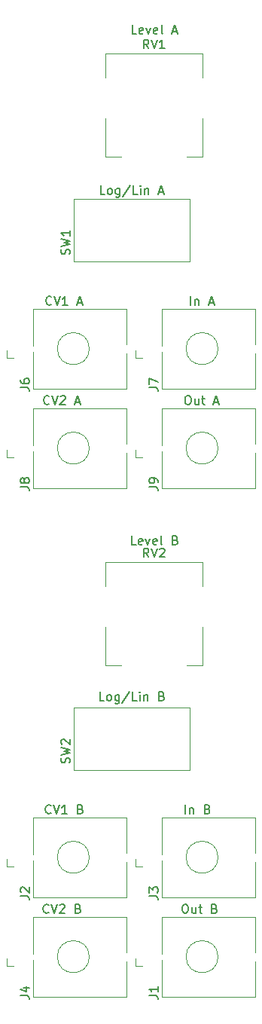
<source format=gbr>
G04 #@! TF.GenerationSoftware,KiCad,Pcbnew,(5.1.4-0-10_14)*
G04 #@! TF.CreationDate,2019-10-08T21:19:08-07:00*
G04 #@! TF.ProjectId,VCA_IO,5643415f-494f-42e6-9b69-6361645f7063,rev?*
G04 #@! TF.SameCoordinates,Original*
G04 #@! TF.FileFunction,Legend,Top*
G04 #@! TF.FilePolarity,Positive*
%FSLAX46Y46*%
G04 Gerber Fmt 4.6, Leading zero omitted, Abs format (unit mm)*
G04 Created by KiCad (PCBNEW (5.1.4-0-10_14)) date 2019-10-08 21:19:08*
%MOMM*%
%LPD*%
G04 APERTURE LIST*
%ADD10C,0.150000*%
%ADD11C,0.120000*%
G04 APERTURE END LIST*
D10*
X84645714Y-148804380D02*
X84836190Y-148804380D01*
X84931428Y-148852000D01*
X85026666Y-148947238D01*
X85074285Y-149137714D01*
X85074285Y-149471047D01*
X85026666Y-149661523D01*
X84931428Y-149756761D01*
X84836190Y-149804380D01*
X84645714Y-149804380D01*
X84550476Y-149756761D01*
X84455238Y-149661523D01*
X84407619Y-149471047D01*
X84407619Y-149137714D01*
X84455238Y-148947238D01*
X84550476Y-148852000D01*
X84645714Y-148804380D01*
X85931428Y-149137714D02*
X85931428Y-149804380D01*
X85502857Y-149137714D02*
X85502857Y-149661523D01*
X85550476Y-149756761D01*
X85645714Y-149804380D01*
X85788571Y-149804380D01*
X85883809Y-149756761D01*
X85931428Y-149709142D01*
X86264761Y-149137714D02*
X86645714Y-149137714D01*
X86407619Y-148804380D02*
X86407619Y-149661523D01*
X86455238Y-149756761D01*
X86550476Y-149804380D01*
X86645714Y-149804380D01*
X88074285Y-149280571D02*
X88217142Y-149328190D01*
X88264761Y-149375809D01*
X88312380Y-149471047D01*
X88312380Y-149613904D01*
X88264761Y-149709142D01*
X88217142Y-149756761D01*
X88121904Y-149804380D01*
X87740952Y-149804380D01*
X87740952Y-148804380D01*
X88074285Y-148804380D01*
X88169523Y-148852000D01*
X88217142Y-148899619D01*
X88264761Y-148994857D01*
X88264761Y-149090095D01*
X88217142Y-149185333D01*
X88169523Y-149232952D01*
X88074285Y-149280571D01*
X87740952Y-149280571D01*
X84772666Y-138628380D02*
X84772666Y-137628380D01*
X85248857Y-137961714D02*
X85248857Y-138628380D01*
X85248857Y-138056952D02*
X85296476Y-138009333D01*
X85391714Y-137961714D01*
X85534571Y-137961714D01*
X85629809Y-138009333D01*
X85677428Y-138104571D01*
X85677428Y-138628380D01*
X87248857Y-138104571D02*
X87391714Y-138152190D01*
X87439333Y-138199809D01*
X87486952Y-138295047D01*
X87486952Y-138437904D01*
X87439333Y-138533142D01*
X87391714Y-138580761D01*
X87296476Y-138628380D01*
X86915523Y-138628380D01*
X86915523Y-137628380D01*
X87248857Y-137628380D01*
X87344095Y-137676000D01*
X87391714Y-137723619D01*
X87439333Y-137818857D01*
X87439333Y-137914095D01*
X87391714Y-138009333D01*
X87344095Y-138056952D01*
X87248857Y-138104571D01*
X86915523Y-138104571D01*
X69389809Y-149709142D02*
X69342190Y-149756761D01*
X69199333Y-149804380D01*
X69104095Y-149804380D01*
X68961238Y-149756761D01*
X68866000Y-149661523D01*
X68818380Y-149566285D01*
X68770761Y-149375809D01*
X68770761Y-149232952D01*
X68818380Y-149042476D01*
X68866000Y-148947238D01*
X68961238Y-148852000D01*
X69104095Y-148804380D01*
X69199333Y-148804380D01*
X69342190Y-148852000D01*
X69389809Y-148899619D01*
X69675523Y-148804380D02*
X70008857Y-149804380D01*
X70342190Y-148804380D01*
X70627904Y-148899619D02*
X70675523Y-148852000D01*
X70770761Y-148804380D01*
X71008857Y-148804380D01*
X71104095Y-148852000D01*
X71151714Y-148899619D01*
X71199333Y-148994857D01*
X71199333Y-149090095D01*
X71151714Y-149232952D01*
X70580285Y-149804380D01*
X71199333Y-149804380D01*
X72723142Y-149280571D02*
X72866000Y-149328190D01*
X72913619Y-149375809D01*
X72961238Y-149471047D01*
X72961238Y-149613904D01*
X72913619Y-149709142D01*
X72866000Y-149756761D01*
X72770761Y-149804380D01*
X72389809Y-149804380D01*
X72389809Y-148804380D01*
X72723142Y-148804380D01*
X72818380Y-148852000D01*
X72866000Y-148899619D01*
X72913619Y-148994857D01*
X72913619Y-149090095D01*
X72866000Y-149185333D01*
X72818380Y-149232952D01*
X72723142Y-149280571D01*
X72389809Y-149280571D01*
X69643809Y-138533142D02*
X69596190Y-138580761D01*
X69453333Y-138628380D01*
X69358095Y-138628380D01*
X69215238Y-138580761D01*
X69120000Y-138485523D01*
X69072380Y-138390285D01*
X69024761Y-138199809D01*
X69024761Y-138056952D01*
X69072380Y-137866476D01*
X69120000Y-137771238D01*
X69215238Y-137676000D01*
X69358095Y-137628380D01*
X69453333Y-137628380D01*
X69596190Y-137676000D01*
X69643809Y-137723619D01*
X69929523Y-137628380D02*
X70262857Y-138628380D01*
X70596190Y-137628380D01*
X71453333Y-138628380D02*
X70881904Y-138628380D01*
X71167619Y-138628380D02*
X71167619Y-137628380D01*
X71072380Y-137771238D01*
X70977142Y-137866476D01*
X70881904Y-137914095D01*
X72977142Y-138104571D02*
X73120000Y-138152190D01*
X73167619Y-138199809D01*
X73215238Y-138295047D01*
X73215238Y-138437904D01*
X73167619Y-138533142D01*
X73120000Y-138580761D01*
X73024761Y-138628380D01*
X72643809Y-138628380D01*
X72643809Y-137628380D01*
X72977142Y-137628380D01*
X73072380Y-137676000D01*
X73120000Y-137723619D01*
X73167619Y-137818857D01*
X73167619Y-137914095D01*
X73120000Y-138009333D01*
X73072380Y-138056952D01*
X72977142Y-138104571D01*
X72643809Y-138104571D01*
X75644761Y-125928380D02*
X75168571Y-125928380D01*
X75168571Y-124928380D01*
X76120952Y-125928380D02*
X76025714Y-125880761D01*
X75978095Y-125833142D01*
X75930476Y-125737904D01*
X75930476Y-125452190D01*
X75978095Y-125356952D01*
X76025714Y-125309333D01*
X76120952Y-125261714D01*
X76263809Y-125261714D01*
X76359047Y-125309333D01*
X76406666Y-125356952D01*
X76454285Y-125452190D01*
X76454285Y-125737904D01*
X76406666Y-125833142D01*
X76359047Y-125880761D01*
X76263809Y-125928380D01*
X76120952Y-125928380D01*
X77311428Y-125261714D02*
X77311428Y-126071238D01*
X77263809Y-126166476D01*
X77216190Y-126214095D01*
X77120952Y-126261714D01*
X76978095Y-126261714D01*
X76882857Y-126214095D01*
X77311428Y-125880761D02*
X77216190Y-125928380D01*
X77025714Y-125928380D01*
X76930476Y-125880761D01*
X76882857Y-125833142D01*
X76835238Y-125737904D01*
X76835238Y-125452190D01*
X76882857Y-125356952D01*
X76930476Y-125309333D01*
X77025714Y-125261714D01*
X77216190Y-125261714D01*
X77311428Y-125309333D01*
X78501904Y-124880761D02*
X77644761Y-126166476D01*
X79311428Y-125928380D02*
X78835238Y-125928380D01*
X78835238Y-124928380D01*
X79644761Y-125928380D02*
X79644761Y-125261714D01*
X79644761Y-124928380D02*
X79597142Y-124976000D01*
X79644761Y-125023619D01*
X79692380Y-124976000D01*
X79644761Y-124928380D01*
X79644761Y-125023619D01*
X80120952Y-125261714D02*
X80120952Y-125928380D01*
X80120952Y-125356952D02*
X80168571Y-125309333D01*
X80263809Y-125261714D01*
X80406666Y-125261714D01*
X80501904Y-125309333D01*
X80549523Y-125404571D01*
X80549523Y-125928380D01*
X82120952Y-125404571D02*
X82263809Y-125452190D01*
X82311428Y-125499809D01*
X82359047Y-125595047D01*
X82359047Y-125737904D01*
X82311428Y-125833142D01*
X82263809Y-125880761D01*
X82168571Y-125928380D01*
X81787619Y-125928380D01*
X81787619Y-124928380D01*
X82120952Y-124928380D01*
X82216190Y-124976000D01*
X82263809Y-125023619D01*
X82311428Y-125118857D01*
X82311428Y-125214095D01*
X82263809Y-125309333D01*
X82216190Y-125356952D01*
X82120952Y-125404571D01*
X81787619Y-125404571D01*
X79208571Y-108402380D02*
X78732380Y-108402380D01*
X78732380Y-107402380D01*
X79922857Y-108354761D02*
X79827619Y-108402380D01*
X79637142Y-108402380D01*
X79541904Y-108354761D01*
X79494285Y-108259523D01*
X79494285Y-107878571D01*
X79541904Y-107783333D01*
X79637142Y-107735714D01*
X79827619Y-107735714D01*
X79922857Y-107783333D01*
X79970476Y-107878571D01*
X79970476Y-107973809D01*
X79494285Y-108069047D01*
X80303809Y-107735714D02*
X80541904Y-108402380D01*
X80780000Y-107735714D01*
X81541904Y-108354761D02*
X81446666Y-108402380D01*
X81256190Y-108402380D01*
X81160952Y-108354761D01*
X81113333Y-108259523D01*
X81113333Y-107878571D01*
X81160952Y-107783333D01*
X81256190Y-107735714D01*
X81446666Y-107735714D01*
X81541904Y-107783333D01*
X81589523Y-107878571D01*
X81589523Y-107973809D01*
X81113333Y-108069047D01*
X82160952Y-108402380D02*
X82065714Y-108354761D01*
X82018095Y-108259523D01*
X82018095Y-107402380D01*
X83637142Y-107878571D02*
X83780000Y-107926190D01*
X83827619Y-107973809D01*
X83875238Y-108069047D01*
X83875238Y-108211904D01*
X83827619Y-108307142D01*
X83780000Y-108354761D01*
X83684761Y-108402380D01*
X83303809Y-108402380D01*
X83303809Y-107402380D01*
X83637142Y-107402380D01*
X83732380Y-107450000D01*
X83780000Y-107497619D01*
X83827619Y-107592857D01*
X83827619Y-107688095D01*
X83780000Y-107783333D01*
X83732380Y-107830952D01*
X83637142Y-107878571D01*
X83303809Y-107878571D01*
X84971142Y-91654380D02*
X85161619Y-91654380D01*
X85256857Y-91702000D01*
X85352095Y-91797238D01*
X85399714Y-91987714D01*
X85399714Y-92321047D01*
X85352095Y-92511523D01*
X85256857Y-92606761D01*
X85161619Y-92654380D01*
X84971142Y-92654380D01*
X84875904Y-92606761D01*
X84780666Y-92511523D01*
X84733047Y-92321047D01*
X84733047Y-91987714D01*
X84780666Y-91797238D01*
X84875904Y-91702000D01*
X84971142Y-91654380D01*
X86256857Y-91987714D02*
X86256857Y-92654380D01*
X85828285Y-91987714D02*
X85828285Y-92511523D01*
X85875904Y-92606761D01*
X85971142Y-92654380D01*
X86114000Y-92654380D01*
X86209238Y-92606761D01*
X86256857Y-92559142D01*
X86590190Y-91987714D02*
X86971142Y-91987714D01*
X86733047Y-91654380D02*
X86733047Y-92511523D01*
X86780666Y-92606761D01*
X86875904Y-92654380D01*
X86971142Y-92654380D01*
X88018761Y-92368666D02*
X88494952Y-92368666D01*
X87923523Y-92654380D02*
X88256857Y-91654380D01*
X88590190Y-92654380D01*
X85352095Y-81478380D02*
X85352095Y-80478380D01*
X85828285Y-80811714D02*
X85828285Y-81478380D01*
X85828285Y-80906952D02*
X85875904Y-80859333D01*
X85971142Y-80811714D01*
X86114000Y-80811714D01*
X86209238Y-80859333D01*
X86256857Y-80954571D01*
X86256857Y-81478380D01*
X87447333Y-81192666D02*
X87923523Y-81192666D01*
X87352095Y-81478380D02*
X87685428Y-80478380D01*
X88018761Y-81478380D01*
X69461238Y-92559142D02*
X69413619Y-92606761D01*
X69270761Y-92654380D01*
X69175523Y-92654380D01*
X69032666Y-92606761D01*
X68937428Y-92511523D01*
X68889809Y-92416285D01*
X68842190Y-92225809D01*
X68842190Y-92082952D01*
X68889809Y-91892476D01*
X68937428Y-91797238D01*
X69032666Y-91702000D01*
X69175523Y-91654380D01*
X69270761Y-91654380D01*
X69413619Y-91702000D01*
X69461238Y-91749619D01*
X69746952Y-91654380D02*
X70080285Y-92654380D01*
X70413619Y-91654380D01*
X70699333Y-91749619D02*
X70746952Y-91702000D01*
X70842190Y-91654380D01*
X71080285Y-91654380D01*
X71175523Y-91702000D01*
X71223142Y-91749619D01*
X71270761Y-91844857D01*
X71270761Y-91940095D01*
X71223142Y-92082952D01*
X70651714Y-92654380D01*
X71270761Y-92654380D01*
X72413619Y-92368666D02*
X72889809Y-92368666D01*
X72318380Y-92654380D02*
X72651714Y-91654380D01*
X72985047Y-92654380D01*
X69715238Y-81383142D02*
X69667619Y-81430761D01*
X69524761Y-81478380D01*
X69429523Y-81478380D01*
X69286666Y-81430761D01*
X69191428Y-81335523D01*
X69143809Y-81240285D01*
X69096190Y-81049809D01*
X69096190Y-80906952D01*
X69143809Y-80716476D01*
X69191428Y-80621238D01*
X69286666Y-80526000D01*
X69429523Y-80478380D01*
X69524761Y-80478380D01*
X69667619Y-80526000D01*
X69715238Y-80573619D01*
X70000952Y-80478380D02*
X70334285Y-81478380D01*
X70667619Y-80478380D01*
X71524761Y-81478380D02*
X70953333Y-81478380D01*
X71239047Y-81478380D02*
X71239047Y-80478380D01*
X71143809Y-80621238D01*
X71048571Y-80716476D01*
X70953333Y-80764095D01*
X72667619Y-81192666D02*
X73143809Y-81192666D01*
X72572380Y-81478380D02*
X72905714Y-80478380D01*
X73239047Y-81478380D01*
X75716190Y-69032380D02*
X75240000Y-69032380D01*
X75240000Y-68032380D01*
X76192380Y-69032380D02*
X76097142Y-68984761D01*
X76049523Y-68937142D01*
X76001904Y-68841904D01*
X76001904Y-68556190D01*
X76049523Y-68460952D01*
X76097142Y-68413333D01*
X76192380Y-68365714D01*
X76335238Y-68365714D01*
X76430476Y-68413333D01*
X76478095Y-68460952D01*
X76525714Y-68556190D01*
X76525714Y-68841904D01*
X76478095Y-68937142D01*
X76430476Y-68984761D01*
X76335238Y-69032380D01*
X76192380Y-69032380D01*
X77382857Y-68365714D02*
X77382857Y-69175238D01*
X77335238Y-69270476D01*
X77287619Y-69318095D01*
X77192380Y-69365714D01*
X77049523Y-69365714D01*
X76954285Y-69318095D01*
X77382857Y-68984761D02*
X77287619Y-69032380D01*
X77097142Y-69032380D01*
X77001904Y-68984761D01*
X76954285Y-68937142D01*
X76906666Y-68841904D01*
X76906666Y-68556190D01*
X76954285Y-68460952D01*
X77001904Y-68413333D01*
X77097142Y-68365714D01*
X77287619Y-68365714D01*
X77382857Y-68413333D01*
X78573333Y-67984761D02*
X77716190Y-69270476D01*
X79382857Y-69032380D02*
X78906666Y-69032380D01*
X78906666Y-68032380D01*
X79716190Y-69032380D02*
X79716190Y-68365714D01*
X79716190Y-68032380D02*
X79668571Y-68080000D01*
X79716190Y-68127619D01*
X79763809Y-68080000D01*
X79716190Y-68032380D01*
X79716190Y-68127619D01*
X80192380Y-68365714D02*
X80192380Y-69032380D01*
X80192380Y-68460952D02*
X80240000Y-68413333D01*
X80335238Y-68365714D01*
X80478095Y-68365714D01*
X80573333Y-68413333D01*
X80620952Y-68508571D01*
X80620952Y-69032380D01*
X81811428Y-68746666D02*
X82287619Y-68746666D01*
X81716190Y-69032380D02*
X82049523Y-68032380D01*
X82382857Y-69032380D01*
X79280000Y-50998380D02*
X78803809Y-50998380D01*
X78803809Y-49998380D01*
X79994285Y-50950761D02*
X79899047Y-50998380D01*
X79708571Y-50998380D01*
X79613333Y-50950761D01*
X79565714Y-50855523D01*
X79565714Y-50474571D01*
X79613333Y-50379333D01*
X79708571Y-50331714D01*
X79899047Y-50331714D01*
X79994285Y-50379333D01*
X80041904Y-50474571D01*
X80041904Y-50569809D01*
X79565714Y-50665047D01*
X80375238Y-50331714D02*
X80613333Y-50998380D01*
X80851428Y-50331714D01*
X81613333Y-50950761D02*
X81518095Y-50998380D01*
X81327619Y-50998380D01*
X81232380Y-50950761D01*
X81184761Y-50855523D01*
X81184761Y-50474571D01*
X81232380Y-50379333D01*
X81327619Y-50331714D01*
X81518095Y-50331714D01*
X81613333Y-50379333D01*
X81660952Y-50474571D01*
X81660952Y-50569809D01*
X81184761Y-50665047D01*
X82232380Y-50998380D02*
X82137142Y-50950761D01*
X82089523Y-50855523D01*
X82089523Y-49998380D01*
X83327619Y-50712666D02*
X83803809Y-50712666D01*
X83232380Y-50998380D02*
X83565714Y-49998380D01*
X83899047Y-50998380D01*
D11*
X86710000Y-53216000D02*
X86710000Y-55936000D01*
X86710000Y-60436000D02*
X86710000Y-64806000D01*
X75770000Y-60436000D02*
X75770000Y-64806000D01*
X77590000Y-64806000D02*
X75770000Y-64806000D01*
X86710000Y-53216000D02*
X75770000Y-53216000D01*
X75770000Y-53216000D02*
X75770000Y-55936000D01*
X86710000Y-64806000D02*
X84890000Y-64806000D01*
X86710000Y-110366000D02*
X86710000Y-113086000D01*
X86710000Y-117586000D02*
X86710000Y-121956000D01*
X75770000Y-117586000D02*
X75770000Y-121956000D01*
X77590000Y-121956000D02*
X75770000Y-121956000D01*
X86710000Y-110366000D02*
X75770000Y-110366000D01*
X75770000Y-110366000D02*
X75770000Y-113086000D01*
X86710000Y-121956000D02*
X84890000Y-121956000D01*
X82144000Y-159186000D02*
X92644000Y-159186000D01*
X82144000Y-150186000D02*
X92644000Y-150186000D01*
X92644000Y-150186000D02*
X92644000Y-154186000D01*
X92644000Y-155186000D02*
X92644000Y-159186000D01*
X82144000Y-150186000D02*
X82144000Y-154336000D01*
X82144000Y-155036000D02*
X82144000Y-159186000D01*
X88444000Y-154686000D02*
G75*
G03X88444000Y-154686000I-1800000J0D01*
G01*
X79164000Y-155746000D02*
X79964000Y-155746000D01*
X79164000Y-155746000D02*
X79164000Y-154886000D01*
X64686000Y-144570000D02*
X64686000Y-143710000D01*
X64686000Y-144570000D02*
X65486000Y-144570000D01*
X73966000Y-143510000D02*
G75*
G03X73966000Y-143510000I-1800000J0D01*
G01*
X67666000Y-143860000D02*
X67666000Y-148010000D01*
X67666000Y-139010000D02*
X67666000Y-143160000D01*
X78166000Y-144010000D02*
X78166000Y-148010000D01*
X78166000Y-139010000D02*
X78166000Y-143010000D01*
X67666000Y-139010000D02*
X78166000Y-139010000D01*
X67666000Y-148010000D02*
X78166000Y-148010000D01*
X79164000Y-144570000D02*
X79164000Y-143710000D01*
X79164000Y-144570000D02*
X79964000Y-144570000D01*
X88444000Y-143510000D02*
G75*
G03X88444000Y-143510000I-1800000J0D01*
G01*
X82144000Y-143860000D02*
X82144000Y-148010000D01*
X82144000Y-139010000D02*
X82144000Y-143160000D01*
X92644000Y-144010000D02*
X92644000Y-148010000D01*
X92644000Y-139010000D02*
X92644000Y-143010000D01*
X82144000Y-139010000D02*
X92644000Y-139010000D01*
X82144000Y-148010000D02*
X92644000Y-148010000D01*
X67666000Y-159186000D02*
X78166000Y-159186000D01*
X67666000Y-150186000D02*
X78166000Y-150186000D01*
X78166000Y-150186000D02*
X78166000Y-154186000D01*
X78166000Y-155186000D02*
X78166000Y-159186000D01*
X67666000Y-150186000D02*
X67666000Y-154336000D01*
X67666000Y-155036000D02*
X67666000Y-159186000D01*
X73966000Y-154686000D02*
G75*
G03X73966000Y-154686000I-1800000J0D01*
G01*
X64686000Y-155746000D02*
X65486000Y-155746000D01*
X64686000Y-155746000D02*
X64686000Y-154886000D01*
X67666000Y-90860000D02*
X78166000Y-90860000D01*
X67666000Y-81860000D02*
X78166000Y-81860000D01*
X78166000Y-81860000D02*
X78166000Y-85860000D01*
X78166000Y-86860000D02*
X78166000Y-90860000D01*
X67666000Y-81860000D02*
X67666000Y-86010000D01*
X67666000Y-86710000D02*
X67666000Y-90860000D01*
X73966000Y-86360000D02*
G75*
G03X73966000Y-86360000I-1800000J0D01*
G01*
X64686000Y-87420000D02*
X65486000Y-87420000D01*
X64686000Y-87420000D02*
X64686000Y-86560000D01*
X79164000Y-87420000D02*
X79164000Y-86560000D01*
X79164000Y-87420000D02*
X79964000Y-87420000D01*
X88444000Y-86360000D02*
G75*
G03X88444000Y-86360000I-1800000J0D01*
G01*
X82144000Y-86710000D02*
X82144000Y-90860000D01*
X82144000Y-81860000D02*
X82144000Y-86010000D01*
X92644000Y-86860000D02*
X92644000Y-90860000D01*
X92644000Y-81860000D02*
X92644000Y-85860000D01*
X82144000Y-81860000D02*
X92644000Y-81860000D01*
X82144000Y-90860000D02*
X92644000Y-90860000D01*
X64686000Y-98596000D02*
X64686000Y-97736000D01*
X64686000Y-98596000D02*
X65486000Y-98596000D01*
X73966000Y-97536000D02*
G75*
G03X73966000Y-97536000I-1800000J0D01*
G01*
X67666000Y-97886000D02*
X67666000Y-102036000D01*
X67666000Y-93036000D02*
X67666000Y-97186000D01*
X78166000Y-98036000D02*
X78166000Y-102036000D01*
X78166000Y-93036000D02*
X78166000Y-97036000D01*
X67666000Y-93036000D02*
X78166000Y-93036000D01*
X67666000Y-102036000D02*
X78166000Y-102036000D01*
X82144000Y-102036000D02*
X92644000Y-102036000D01*
X82144000Y-93036000D02*
X92644000Y-93036000D01*
X92644000Y-93036000D02*
X92644000Y-97036000D01*
X92644000Y-98036000D02*
X92644000Y-102036000D01*
X82144000Y-93036000D02*
X82144000Y-97186000D01*
X82144000Y-97886000D02*
X82144000Y-102036000D01*
X88444000Y-97536000D02*
G75*
G03X88444000Y-97536000I-1800000J0D01*
G01*
X79164000Y-98596000D02*
X79964000Y-98596000D01*
X79164000Y-98596000D02*
X79164000Y-97736000D01*
X85240000Y-76525000D02*
X72240000Y-76525000D01*
X85240000Y-69525000D02*
X85240000Y-76525000D01*
X72240000Y-69525000D02*
X85240000Y-69525000D01*
X72240000Y-76525000D02*
X72240000Y-69525000D01*
X72240000Y-133675000D02*
X72240000Y-126675000D01*
X72240000Y-126675000D02*
X85240000Y-126675000D01*
X85240000Y-126675000D02*
X85240000Y-133675000D01*
X85240000Y-133675000D02*
X72240000Y-133675000D01*
D10*
X80644761Y-52638380D02*
X80311428Y-52162190D01*
X80073333Y-52638380D02*
X80073333Y-51638380D01*
X80454285Y-51638380D01*
X80549523Y-51686000D01*
X80597142Y-51733619D01*
X80644761Y-51828857D01*
X80644761Y-51971714D01*
X80597142Y-52066952D01*
X80549523Y-52114571D01*
X80454285Y-52162190D01*
X80073333Y-52162190D01*
X80930476Y-51638380D02*
X81263809Y-52638380D01*
X81597142Y-51638380D01*
X82454285Y-52638380D02*
X81882857Y-52638380D01*
X82168571Y-52638380D02*
X82168571Y-51638380D01*
X82073333Y-51781238D01*
X81978095Y-51876476D01*
X81882857Y-51924095D01*
X80644761Y-109788380D02*
X80311428Y-109312190D01*
X80073333Y-109788380D02*
X80073333Y-108788380D01*
X80454285Y-108788380D01*
X80549523Y-108836000D01*
X80597142Y-108883619D01*
X80644761Y-108978857D01*
X80644761Y-109121714D01*
X80597142Y-109216952D01*
X80549523Y-109264571D01*
X80454285Y-109312190D01*
X80073333Y-109312190D01*
X80930476Y-108788380D02*
X81263809Y-109788380D01*
X81597142Y-108788380D01*
X81882857Y-108883619D02*
X81930476Y-108836000D01*
X82025714Y-108788380D01*
X82263809Y-108788380D01*
X82359047Y-108836000D01*
X82406666Y-108883619D01*
X82454285Y-108978857D01*
X82454285Y-109074095D01*
X82406666Y-109216952D01*
X81835238Y-109788380D01*
X82454285Y-109788380D01*
X80696380Y-159049333D02*
X81410666Y-159049333D01*
X81553523Y-159096952D01*
X81648761Y-159192190D01*
X81696380Y-159335047D01*
X81696380Y-159430285D01*
X81696380Y-158049333D02*
X81696380Y-158620761D01*
X81696380Y-158335047D02*
X80696380Y-158335047D01*
X80839238Y-158430285D01*
X80934476Y-158525523D01*
X80982095Y-158620761D01*
X66218380Y-147873333D02*
X66932666Y-147873333D01*
X67075523Y-147920952D01*
X67170761Y-148016190D01*
X67218380Y-148159047D01*
X67218380Y-148254285D01*
X66313619Y-147444761D02*
X66266000Y-147397142D01*
X66218380Y-147301904D01*
X66218380Y-147063809D01*
X66266000Y-146968571D01*
X66313619Y-146920952D01*
X66408857Y-146873333D01*
X66504095Y-146873333D01*
X66646952Y-146920952D01*
X67218380Y-147492380D01*
X67218380Y-146873333D01*
X80696380Y-147873333D02*
X81410666Y-147873333D01*
X81553523Y-147920952D01*
X81648761Y-148016190D01*
X81696380Y-148159047D01*
X81696380Y-148254285D01*
X80696380Y-147492380D02*
X80696380Y-146873333D01*
X81077333Y-147206666D01*
X81077333Y-147063809D01*
X81124952Y-146968571D01*
X81172571Y-146920952D01*
X81267809Y-146873333D01*
X81505904Y-146873333D01*
X81601142Y-146920952D01*
X81648761Y-146968571D01*
X81696380Y-147063809D01*
X81696380Y-147349523D01*
X81648761Y-147444761D01*
X81601142Y-147492380D01*
X66218380Y-159049333D02*
X66932666Y-159049333D01*
X67075523Y-159096952D01*
X67170761Y-159192190D01*
X67218380Y-159335047D01*
X67218380Y-159430285D01*
X66551714Y-158144571D02*
X67218380Y-158144571D01*
X66170761Y-158382666D02*
X66885047Y-158620761D01*
X66885047Y-158001714D01*
X66218380Y-90723333D02*
X66932666Y-90723333D01*
X67075523Y-90770952D01*
X67170761Y-90866190D01*
X67218380Y-91009047D01*
X67218380Y-91104285D01*
X66218380Y-89818571D02*
X66218380Y-90009047D01*
X66266000Y-90104285D01*
X66313619Y-90151904D01*
X66456476Y-90247142D01*
X66646952Y-90294761D01*
X67027904Y-90294761D01*
X67123142Y-90247142D01*
X67170761Y-90199523D01*
X67218380Y-90104285D01*
X67218380Y-89913809D01*
X67170761Y-89818571D01*
X67123142Y-89770952D01*
X67027904Y-89723333D01*
X66789809Y-89723333D01*
X66694571Y-89770952D01*
X66646952Y-89818571D01*
X66599333Y-89913809D01*
X66599333Y-90104285D01*
X66646952Y-90199523D01*
X66694571Y-90247142D01*
X66789809Y-90294761D01*
X80696380Y-90723333D02*
X81410666Y-90723333D01*
X81553523Y-90770952D01*
X81648761Y-90866190D01*
X81696380Y-91009047D01*
X81696380Y-91104285D01*
X80696380Y-90342380D02*
X80696380Y-89675714D01*
X81696380Y-90104285D01*
X66218380Y-101899333D02*
X66932666Y-101899333D01*
X67075523Y-101946952D01*
X67170761Y-102042190D01*
X67218380Y-102185047D01*
X67218380Y-102280285D01*
X66646952Y-101280285D02*
X66599333Y-101375523D01*
X66551714Y-101423142D01*
X66456476Y-101470761D01*
X66408857Y-101470761D01*
X66313619Y-101423142D01*
X66266000Y-101375523D01*
X66218380Y-101280285D01*
X66218380Y-101089809D01*
X66266000Y-100994571D01*
X66313619Y-100946952D01*
X66408857Y-100899333D01*
X66456476Y-100899333D01*
X66551714Y-100946952D01*
X66599333Y-100994571D01*
X66646952Y-101089809D01*
X66646952Y-101280285D01*
X66694571Y-101375523D01*
X66742190Y-101423142D01*
X66837428Y-101470761D01*
X67027904Y-101470761D01*
X67123142Y-101423142D01*
X67170761Y-101375523D01*
X67218380Y-101280285D01*
X67218380Y-101089809D01*
X67170761Y-100994571D01*
X67123142Y-100946952D01*
X67027904Y-100899333D01*
X66837428Y-100899333D01*
X66742190Y-100946952D01*
X66694571Y-100994571D01*
X66646952Y-101089809D01*
X80696380Y-101899333D02*
X81410666Y-101899333D01*
X81553523Y-101946952D01*
X81648761Y-102042190D01*
X81696380Y-102185047D01*
X81696380Y-102280285D01*
X81696380Y-101375523D02*
X81696380Y-101185047D01*
X81648761Y-101089809D01*
X81601142Y-101042190D01*
X81458285Y-100946952D01*
X81267809Y-100899333D01*
X80886857Y-100899333D01*
X80791619Y-100946952D01*
X80744000Y-100994571D01*
X80696380Y-101089809D01*
X80696380Y-101280285D01*
X80744000Y-101375523D01*
X80791619Y-101423142D01*
X80886857Y-101470761D01*
X81124952Y-101470761D01*
X81220190Y-101423142D01*
X81267809Y-101375523D01*
X81315428Y-101280285D01*
X81315428Y-101089809D01*
X81267809Y-100994571D01*
X81220190Y-100946952D01*
X81124952Y-100899333D01*
X71744761Y-75758333D02*
X71792380Y-75615476D01*
X71792380Y-75377380D01*
X71744761Y-75282142D01*
X71697142Y-75234523D01*
X71601904Y-75186904D01*
X71506666Y-75186904D01*
X71411428Y-75234523D01*
X71363809Y-75282142D01*
X71316190Y-75377380D01*
X71268571Y-75567857D01*
X71220952Y-75663095D01*
X71173333Y-75710714D01*
X71078095Y-75758333D01*
X70982857Y-75758333D01*
X70887619Y-75710714D01*
X70840000Y-75663095D01*
X70792380Y-75567857D01*
X70792380Y-75329761D01*
X70840000Y-75186904D01*
X70792380Y-74853571D02*
X71792380Y-74615476D01*
X71078095Y-74425000D01*
X71792380Y-74234523D01*
X70792380Y-73996428D01*
X71792380Y-73091666D02*
X71792380Y-73663095D01*
X71792380Y-73377380D02*
X70792380Y-73377380D01*
X70935238Y-73472619D01*
X71030476Y-73567857D01*
X71078095Y-73663095D01*
X71744761Y-132908333D02*
X71792380Y-132765476D01*
X71792380Y-132527380D01*
X71744761Y-132432142D01*
X71697142Y-132384523D01*
X71601904Y-132336904D01*
X71506666Y-132336904D01*
X71411428Y-132384523D01*
X71363809Y-132432142D01*
X71316190Y-132527380D01*
X71268571Y-132717857D01*
X71220952Y-132813095D01*
X71173333Y-132860714D01*
X71078095Y-132908333D01*
X70982857Y-132908333D01*
X70887619Y-132860714D01*
X70840000Y-132813095D01*
X70792380Y-132717857D01*
X70792380Y-132479761D01*
X70840000Y-132336904D01*
X70792380Y-132003571D02*
X71792380Y-131765476D01*
X71078095Y-131575000D01*
X71792380Y-131384523D01*
X70792380Y-131146428D01*
X70887619Y-130813095D02*
X70840000Y-130765476D01*
X70792380Y-130670238D01*
X70792380Y-130432142D01*
X70840000Y-130336904D01*
X70887619Y-130289285D01*
X70982857Y-130241666D01*
X71078095Y-130241666D01*
X71220952Y-130289285D01*
X71792380Y-130860714D01*
X71792380Y-130241666D01*
M02*

</source>
